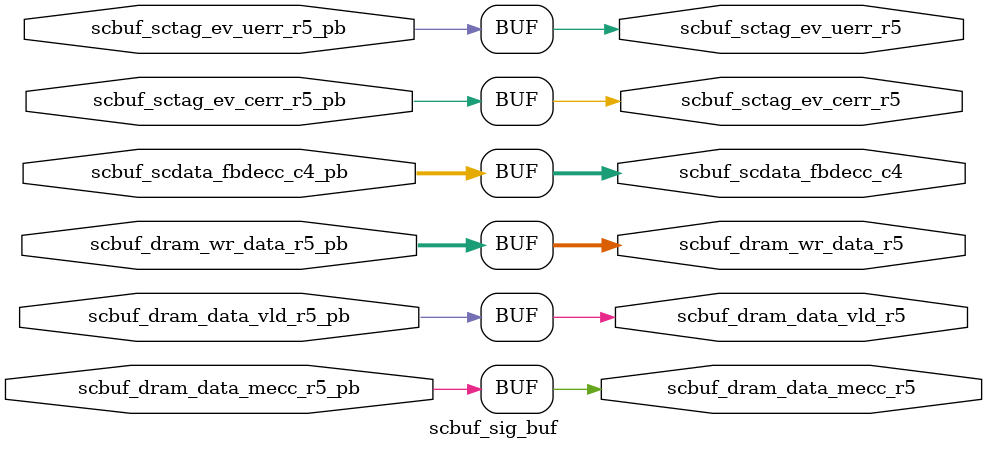
<source format=v>
module scbuf_sig_buf (
   scbuf_scdata_fbdecc_c4, scbuf_dram_wr_data_r5, 
   scbuf_dram_data_vld_r5, scbuf_dram_data_mecc_r5, 
   scbuf_sctag_ev_uerr_r5, scbuf_sctag_ev_cerr_r5, 
   scbuf_scdata_fbdecc_c4_pb, scbuf_dram_wr_data_r5_pb, 
   scbuf_dram_data_vld_r5_pb, scbuf_dram_data_mecc_r5_pb, 
   scbuf_sctag_ev_uerr_r5_pb, scbuf_sctag_ev_cerr_r5_pb
   );
output  [623:0]  scbuf_scdata_fbdecc_c4;
output  [63:0]   scbuf_dram_wr_data_r5;
output           scbuf_dram_data_vld_r5;
output           scbuf_dram_data_mecc_r5;
output           scbuf_sctag_ev_uerr_r5;
output           scbuf_sctag_ev_cerr_r5;
input   [623:0]  scbuf_scdata_fbdecc_c4_pb;
input   [63:0]   scbuf_dram_wr_data_r5_pb;
input            scbuf_dram_data_vld_r5_pb;
input            scbuf_dram_data_mecc_r5_pb;
input            scbuf_sctag_ev_uerr_r5_pb;
input            scbuf_sctag_ev_cerr_r5_pb;
assign scbuf_scdata_fbdecc_c4[623:0] = scbuf_scdata_fbdecc_c4_pb[623:0];
assign scbuf_dram_wr_data_r5[63:0]   = scbuf_dram_wr_data_r5_pb[63:0];
assign scbuf_dram_data_vld_r5        = scbuf_dram_data_vld_r5_pb;
assign scbuf_dram_data_mecc_r5       = scbuf_dram_data_mecc_r5_pb;
assign scbuf_sctag_ev_uerr_r5        = scbuf_sctag_ev_uerr_r5_pb;
assign scbuf_sctag_ev_cerr_r5        = scbuf_sctag_ev_cerr_r5_pb;
endmodule
</source>
